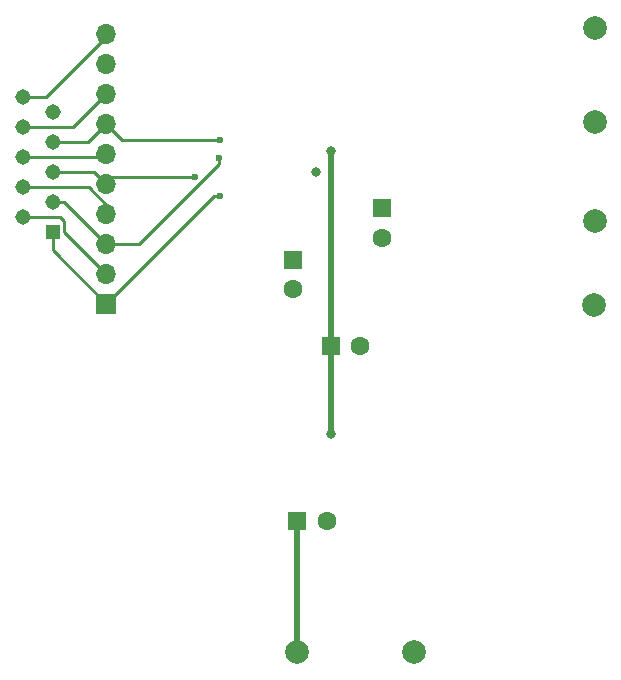
<source format=gbr>
G04 #@! TF.GenerationSoftware,KiCad,Pcbnew,(5.1.10-0-10_14)*
G04 #@! TF.CreationDate,2021-10-25T19:37:06+02:00*
G04 #@! TF.ProjectId,dac-cs4344,6461632d-6373-4343-9334-342e6b696361,rev?*
G04 #@! TF.SameCoordinates,Original*
G04 #@! TF.FileFunction,Copper,L2,Bot*
G04 #@! TF.FilePolarity,Positive*
%FSLAX46Y46*%
G04 Gerber Fmt 4.6, Leading zero omitted, Abs format (unit mm)*
G04 Created by KiCad (PCBNEW (5.1.10-0-10_14)) date 2021-10-25 19:37:06*
%MOMM*%
%LPD*%
G01*
G04 APERTURE LIST*
G04 #@! TA.AperFunction,ComponentPad*
%ADD10C,1.600000*%
G04 #@! TD*
G04 #@! TA.AperFunction,ComponentPad*
%ADD11R,1.600000X1.600000*%
G04 #@! TD*
G04 #@! TA.AperFunction,ComponentPad*
%ADD12O,1.700000X1.700000*%
G04 #@! TD*
G04 #@! TA.AperFunction,ComponentPad*
%ADD13R,1.700000X1.700000*%
G04 #@! TD*
G04 #@! TA.AperFunction,ComponentPad*
%ADD14R,1.308000X1.308000*%
G04 #@! TD*
G04 #@! TA.AperFunction,ComponentPad*
%ADD15C,1.308000*%
G04 #@! TD*
G04 #@! TA.AperFunction,ComponentPad*
%ADD16C,2.000000*%
G04 #@! TD*
G04 #@! TA.AperFunction,ViaPad*
%ADD17C,0.800000*%
G04 #@! TD*
G04 #@! TA.AperFunction,ViaPad*
%ADD18C,0.600000*%
G04 #@! TD*
G04 #@! TA.AperFunction,Conductor*
%ADD19C,0.500000*%
G04 #@! TD*
G04 #@! TA.AperFunction,Conductor*
%ADD20C,0.250000*%
G04 #@! TD*
G04 APERTURE END LIST*
D10*
X143192500Y-86955000D03*
D11*
X143192500Y-84455000D03*
D12*
X119824500Y-69723000D03*
X119824500Y-72263000D03*
X119824500Y-74803000D03*
X119824500Y-77343000D03*
X119824500Y-79883000D03*
X119824500Y-82423000D03*
X119824500Y-84963000D03*
X119824500Y-87503000D03*
X119824500Y-90043000D03*
D13*
X119824500Y-92583000D03*
D10*
X141351000Y-96139000D03*
D11*
X138851000Y-96139000D03*
D10*
X138517000Y-110934500D03*
D11*
X136017000Y-110934500D03*
D10*
X135636000Y-91336500D03*
D11*
X135636000Y-88836500D03*
D14*
X115294000Y-86490000D03*
D15*
X112754000Y-85220000D03*
X115294000Y-83950000D03*
X112754000Y-82680000D03*
X115294000Y-81410000D03*
X112754000Y-80140000D03*
X115294000Y-78870000D03*
X112754000Y-77600000D03*
X115294000Y-76330000D03*
X112754000Y-75060000D03*
D16*
X161226500Y-77216000D03*
X161099500Y-92710000D03*
X161226500Y-85598000D03*
X161226500Y-69215000D03*
X136017000Y-122047000D03*
X145923000Y-122047000D03*
D17*
X137604500Y-81407000D03*
X138874500Y-79629000D03*
X138874500Y-103568500D03*
D18*
X127381000Y-81851500D03*
X129413000Y-80264000D03*
X129476500Y-83439000D03*
X129476500Y-78676500D03*
D19*
X138874500Y-103568500D02*
X138874500Y-79629000D01*
D20*
X119567500Y-80140000D02*
X119824500Y-79883000D01*
X112754000Y-80140000D02*
X119567500Y-80140000D01*
X118811500Y-81410000D02*
X119824500Y-82423000D01*
X115294000Y-81410000D02*
X118811500Y-81410000D01*
X120396000Y-81851500D02*
X119824500Y-82423000D01*
X127381000Y-81851500D02*
X120396000Y-81851500D01*
X119824500Y-84162002D02*
X119824500Y-84963000D01*
X118342498Y-82680000D02*
X119824500Y-84162002D01*
X112754000Y-82680000D02*
X118342498Y-82680000D01*
X116271500Y-83950000D02*
X119824500Y-87503000D01*
X115294000Y-83950000D02*
X116271500Y-83950000D01*
X122654502Y-87503000D02*
X119824500Y-87503000D01*
X129413000Y-80744502D02*
X122654502Y-87503000D01*
X129413000Y-80264000D02*
X129413000Y-80744502D01*
X116273001Y-86491501D02*
X119824500Y-90043000D01*
X116273001Y-85575999D02*
X116273001Y-86491501D01*
X115917002Y-85220000D02*
X116273001Y-85575999D01*
X112754000Y-85220000D02*
X115917002Y-85220000D01*
X115294000Y-88052500D02*
X119824500Y-92583000D01*
X115294000Y-86490000D02*
X115294000Y-88052500D01*
X128968500Y-83439000D02*
X119824500Y-92583000D01*
X129476500Y-83439000D02*
X128968500Y-83439000D01*
D19*
X136017000Y-122047000D02*
X136017000Y-110934500D01*
D20*
X119824500Y-69980502D02*
X119824500Y-69723000D01*
X114745002Y-75060000D02*
X119824500Y-69980502D01*
X112754000Y-75060000D02*
X114745002Y-75060000D01*
X117027500Y-77600000D02*
X119824500Y-74803000D01*
X112754000Y-77600000D02*
X117027500Y-77600000D01*
X118297500Y-78870000D02*
X119824500Y-77343000D01*
X115294000Y-78870000D02*
X118297500Y-78870000D01*
X121158000Y-78676500D02*
X119824500Y-77343000D01*
X129476500Y-78676500D02*
X121158000Y-78676500D01*
M02*

</source>
